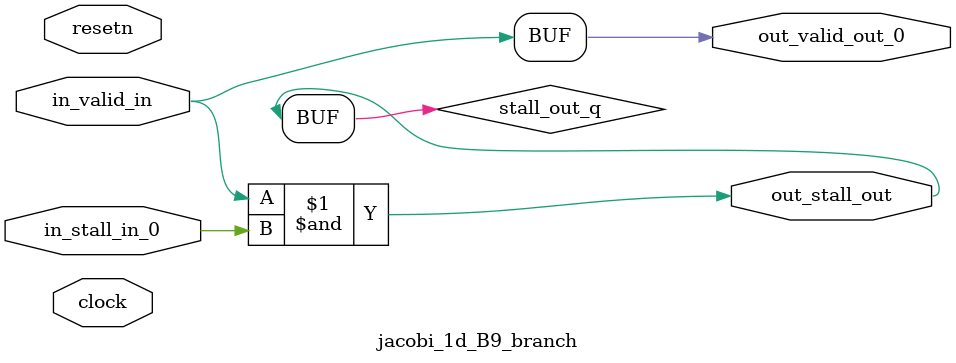
<source format=sv>



(* altera_attribute = "-name AUTO_SHIFT_REGISTER_RECOGNITION OFF; -name MESSAGE_DISABLE 10036; -name MESSAGE_DISABLE 10037; -name MESSAGE_DISABLE 14130; -name MESSAGE_DISABLE 14320; -name MESSAGE_DISABLE 15400; -name MESSAGE_DISABLE 14130; -name MESSAGE_DISABLE 10036; -name MESSAGE_DISABLE 12020; -name MESSAGE_DISABLE 12030; -name MESSAGE_DISABLE 12010; -name MESSAGE_DISABLE 12110; -name MESSAGE_DISABLE 14320; -name MESSAGE_DISABLE 13410; -name MESSAGE_DISABLE 113007; -name MESSAGE_DISABLE 10958" *)
module jacobi_1d_B9_branch (
    input wire [0:0] in_stall_in_0,
    input wire [0:0] in_valid_in,
    output wire [0:0] out_stall_out,
    output wire [0:0] out_valid_out_0,
    input wire clock,
    input wire resetn
    );

    wire [0:0] stall_out_q;


    // stall_out(LOGICAL,6)
    assign stall_out_q = in_valid_in & in_stall_in_0;

    // out_stall_out(GPOUT,4)
    assign out_stall_out = stall_out_q;

    // out_valid_out_0(GPOUT,5)
    assign out_valid_out_0 = in_valid_in;

endmodule

</source>
